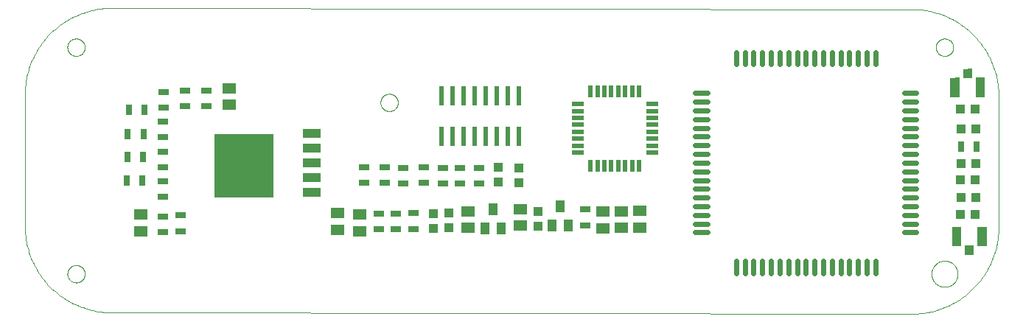
<source format=gbp>
G04 EAGLE Gerber RS-274X export*
G75*
%MOMM*%
%FSLAX34Y34*%
%LPD*%
%INSolder paste bottom*%
%IPPOS*%
%AMOC8*
5,1,8,0,0,1.08239X$1,22.5*%
G01*
%ADD10C,0.100000*%
%ADD11C,0.000000*%
%ADD12R,1.500000X1.300000*%
%ADD13R,2.159000X1.066800*%
%ADD14R,6.858000X7.239000*%
%ADD15C,0.600000*%
%ADD16R,1.200000X0.800000*%
%ADD17R,1.000000X1.400000*%
%ADD18R,1.000000X1.100000*%
%ADD19R,1.041400X2.260600*%
%ADD20R,1.041400X1.092200*%
%ADD21R,0.508000X1.358900*%
%ADD22R,1.358900X0.508000*%
%ADD23R,0.558800X2.184400*%
%ADD24R,0.800000X1.200000*%
%ADD25R,1.100000X1.000000*%
%ADD26R,1.050000X1.080000*%


D10*
X0Y100000D02*
X29Y97584D01*
X117Y95169D01*
X263Y92757D01*
X467Y90349D01*
X729Y87946D01*
X1049Y85551D01*
X1427Y83164D01*
X1863Y80787D01*
X2356Y78422D01*
X2906Y76068D01*
X3512Y73729D01*
X4175Y71405D01*
X4894Y69098D01*
X5669Y66809D01*
X6498Y64540D01*
X7383Y62291D01*
X8321Y60064D01*
X9313Y57860D01*
X10357Y55681D01*
X11454Y53528D01*
X12603Y51402D01*
X13803Y49304D01*
X15053Y47236D01*
X16353Y45199D01*
X17702Y43194D01*
X19098Y41221D01*
X20542Y39284D01*
X22033Y37381D01*
X23568Y35516D01*
X25149Y33688D01*
X26773Y31898D01*
X28440Y30149D01*
X30149Y28440D01*
X31898Y26773D01*
X33688Y25149D01*
X35516Y23568D01*
X37381Y22033D01*
X39284Y20542D01*
X41221Y19098D01*
X43194Y17702D01*
X45199Y16353D01*
X47236Y15053D01*
X49304Y13803D01*
X51402Y12603D01*
X53528Y11454D01*
X55681Y10357D01*
X57860Y9313D01*
X60064Y8321D01*
X62291Y7383D01*
X64540Y6498D01*
X66809Y5669D01*
X69098Y4894D01*
X71405Y4175D01*
X73729Y3512D01*
X76068Y2906D01*
X78422Y2356D01*
X80787Y1863D01*
X83164Y1427D01*
X85551Y1049D01*
X87946Y729D01*
X90349Y467D01*
X92757Y263D01*
X95169Y117D01*
X97584Y29D01*
X100000Y0D01*
X1118706Y98476D02*
X1118706Y248476D01*
X100000Y350000D02*
X97584Y349971D01*
X95169Y349883D01*
X92757Y349737D01*
X90349Y349533D01*
X87946Y349271D01*
X85551Y348951D01*
X83164Y348573D01*
X80787Y348137D01*
X78422Y347644D01*
X76068Y347094D01*
X73729Y346488D01*
X71405Y345825D01*
X69098Y345106D01*
X66809Y344331D01*
X64540Y343502D01*
X62291Y342617D01*
X60064Y341679D01*
X57860Y340687D01*
X55681Y339643D01*
X53528Y338546D01*
X51402Y337397D01*
X49304Y336197D01*
X47236Y334947D01*
X45199Y333647D01*
X43194Y332298D01*
X41221Y330902D01*
X39284Y329458D01*
X37381Y327967D01*
X35516Y326432D01*
X33688Y324851D01*
X31898Y323227D01*
X30149Y321560D01*
X28440Y319851D01*
X26773Y318102D01*
X25149Y316312D01*
X23568Y314484D01*
X22033Y312619D01*
X20542Y310716D01*
X19098Y308779D01*
X17702Y306806D01*
X16353Y304801D01*
X15053Y302764D01*
X13803Y300696D01*
X12603Y298598D01*
X11454Y296472D01*
X10357Y294319D01*
X9313Y292140D01*
X8321Y289936D01*
X7383Y287709D01*
X6498Y285460D01*
X5669Y283191D01*
X4894Y280902D01*
X4175Y278595D01*
X3512Y276271D01*
X2906Y273932D01*
X2356Y271578D01*
X1863Y269213D01*
X1427Y266836D01*
X1049Y264449D01*
X729Y262054D01*
X467Y259651D01*
X263Y257243D01*
X117Y254831D01*
X29Y252416D01*
X0Y250000D01*
X0Y100000D01*
X100000Y0D02*
X1018706Y-1524D01*
X1018706Y348476D02*
X100000Y350000D01*
X1018706Y348476D02*
X1021122Y348447D01*
X1023537Y348359D01*
X1025949Y348213D01*
X1028357Y348009D01*
X1030760Y347747D01*
X1033155Y347427D01*
X1035542Y347049D01*
X1037919Y346613D01*
X1040284Y346120D01*
X1042638Y345570D01*
X1044977Y344964D01*
X1047301Y344301D01*
X1049608Y343582D01*
X1051897Y342807D01*
X1054166Y341978D01*
X1056415Y341093D01*
X1058642Y340155D01*
X1060846Y339163D01*
X1063025Y338119D01*
X1065178Y337022D01*
X1067304Y335873D01*
X1069402Y334673D01*
X1071470Y333423D01*
X1073507Y332123D01*
X1075512Y330774D01*
X1077485Y329378D01*
X1079422Y327934D01*
X1081325Y326443D01*
X1083190Y324908D01*
X1085018Y323327D01*
X1086808Y321703D01*
X1088557Y320036D01*
X1090266Y318327D01*
X1091933Y316578D01*
X1093557Y314788D01*
X1095138Y312960D01*
X1096673Y311095D01*
X1098164Y309192D01*
X1099608Y307255D01*
X1101004Y305282D01*
X1102353Y303277D01*
X1103653Y301240D01*
X1104903Y299172D01*
X1106103Y297074D01*
X1107252Y294948D01*
X1108349Y292795D01*
X1109393Y290616D01*
X1110385Y288412D01*
X1111323Y286185D01*
X1112208Y283936D01*
X1113037Y281667D01*
X1113812Y279378D01*
X1114531Y277071D01*
X1115194Y274747D01*
X1115800Y272408D01*
X1116350Y270054D01*
X1116843Y267689D01*
X1117279Y265312D01*
X1117657Y262925D01*
X1117977Y260530D01*
X1118239Y258127D01*
X1118443Y255719D01*
X1118589Y253307D01*
X1118677Y250892D01*
X1118706Y248476D01*
X100000Y350000D02*
X97584Y349971D01*
X95169Y349883D01*
X92757Y349737D01*
X90349Y349533D01*
X87946Y349271D01*
X85551Y348951D01*
X83164Y348573D01*
X80787Y348137D01*
X78422Y347644D01*
X76068Y347094D01*
X73729Y346488D01*
X71405Y345825D01*
X69098Y345106D01*
X66809Y344331D01*
X64540Y343502D01*
X62291Y342617D01*
X60064Y341679D01*
X57860Y340687D01*
X55681Y339643D01*
X53528Y338546D01*
X51402Y337397D01*
X49304Y336197D01*
X47236Y334947D01*
X45199Y333647D01*
X43194Y332298D01*
X41221Y330902D01*
X39284Y329458D01*
X37381Y327967D01*
X35516Y326432D01*
X33688Y324851D01*
X31898Y323227D01*
X30149Y321560D01*
X28440Y319851D01*
X26773Y318102D01*
X25149Y316312D01*
X23568Y314484D01*
X22033Y312619D01*
X20542Y310716D01*
X19098Y308779D01*
X17702Y306806D01*
X16353Y304801D01*
X15053Y302764D01*
X13803Y300696D01*
X12603Y298598D01*
X11454Y296472D01*
X10357Y294319D01*
X9313Y292140D01*
X8321Y289936D01*
X7383Y287709D01*
X6498Y285460D01*
X5669Y283191D01*
X4894Y280902D01*
X4175Y278595D01*
X3512Y276271D01*
X2906Y273932D01*
X2356Y271578D01*
X1863Y269213D01*
X1427Y266836D01*
X1049Y264449D01*
X729Y262054D01*
X467Y259651D01*
X263Y257243D01*
X117Y254831D01*
X29Y252416D01*
X0Y250000D01*
X1018706Y-1524D02*
X1021122Y-1495D01*
X1023537Y-1407D01*
X1025949Y-1261D01*
X1028357Y-1057D01*
X1030760Y-795D01*
X1033155Y-475D01*
X1035542Y-97D01*
X1037919Y339D01*
X1040284Y832D01*
X1042638Y1382D01*
X1044977Y1988D01*
X1047301Y2651D01*
X1049608Y3370D01*
X1051897Y4145D01*
X1054166Y4974D01*
X1056415Y5859D01*
X1058642Y6797D01*
X1060846Y7789D01*
X1063025Y8833D01*
X1065178Y9930D01*
X1067304Y11079D01*
X1069402Y12279D01*
X1071470Y13529D01*
X1073507Y14829D01*
X1075512Y16178D01*
X1077485Y17574D01*
X1079422Y19018D01*
X1081325Y20509D01*
X1083190Y22044D01*
X1085018Y23625D01*
X1086808Y25249D01*
X1088557Y26916D01*
X1090266Y28625D01*
X1091933Y30374D01*
X1093557Y32164D01*
X1095138Y33992D01*
X1096673Y35857D01*
X1098164Y37760D01*
X1099608Y39697D01*
X1101004Y41670D01*
X1102353Y43675D01*
X1103653Y45712D01*
X1104903Y47780D01*
X1106103Y49878D01*
X1107252Y52004D01*
X1108349Y54157D01*
X1109393Y56336D01*
X1110385Y58540D01*
X1111323Y60767D01*
X1112208Y63016D01*
X1113037Y65285D01*
X1113812Y67574D01*
X1114531Y69881D01*
X1115194Y72205D01*
X1115800Y74544D01*
X1116350Y76898D01*
X1116843Y79263D01*
X1117279Y81640D01*
X1117657Y84027D01*
X1117977Y86422D01*
X1118239Y88825D01*
X1118443Y91233D01*
X1118589Y93645D01*
X1118677Y96060D01*
X1118706Y98476D01*
D11*
X1041640Y44450D02*
X1041645Y44818D01*
X1041658Y45186D01*
X1041681Y45553D01*
X1041712Y45920D01*
X1041753Y46286D01*
X1041802Y46651D01*
X1041861Y47014D01*
X1041928Y47376D01*
X1042004Y47737D01*
X1042090Y48095D01*
X1042183Y48451D01*
X1042286Y48804D01*
X1042397Y49155D01*
X1042517Y49503D01*
X1042645Y49848D01*
X1042782Y50190D01*
X1042927Y50529D01*
X1043080Y50863D01*
X1043242Y51194D01*
X1043411Y51521D01*
X1043589Y51843D01*
X1043774Y52162D01*
X1043967Y52475D01*
X1044168Y52784D01*
X1044376Y53087D01*
X1044592Y53385D01*
X1044815Y53678D01*
X1045045Y53966D01*
X1045282Y54248D01*
X1045526Y54523D01*
X1045776Y54793D01*
X1046033Y55057D01*
X1046297Y55314D01*
X1046567Y55564D01*
X1046842Y55808D01*
X1047124Y56045D01*
X1047412Y56275D01*
X1047705Y56498D01*
X1048003Y56714D01*
X1048306Y56922D01*
X1048615Y57123D01*
X1048928Y57316D01*
X1049247Y57501D01*
X1049569Y57679D01*
X1049896Y57848D01*
X1050227Y58010D01*
X1050561Y58163D01*
X1050900Y58308D01*
X1051242Y58445D01*
X1051587Y58573D01*
X1051935Y58693D01*
X1052286Y58804D01*
X1052639Y58907D01*
X1052995Y59000D01*
X1053353Y59086D01*
X1053714Y59162D01*
X1054076Y59229D01*
X1054439Y59288D01*
X1054804Y59337D01*
X1055170Y59378D01*
X1055537Y59409D01*
X1055904Y59432D01*
X1056272Y59445D01*
X1056640Y59450D01*
X1057008Y59445D01*
X1057376Y59432D01*
X1057743Y59409D01*
X1058110Y59378D01*
X1058476Y59337D01*
X1058841Y59288D01*
X1059204Y59229D01*
X1059566Y59162D01*
X1059927Y59086D01*
X1060285Y59000D01*
X1060641Y58907D01*
X1060994Y58804D01*
X1061345Y58693D01*
X1061693Y58573D01*
X1062038Y58445D01*
X1062380Y58308D01*
X1062719Y58163D01*
X1063053Y58010D01*
X1063384Y57848D01*
X1063711Y57679D01*
X1064033Y57501D01*
X1064352Y57316D01*
X1064665Y57123D01*
X1064974Y56922D01*
X1065277Y56714D01*
X1065575Y56498D01*
X1065868Y56275D01*
X1066156Y56045D01*
X1066438Y55808D01*
X1066713Y55564D01*
X1066983Y55314D01*
X1067247Y55057D01*
X1067504Y54793D01*
X1067754Y54523D01*
X1067998Y54248D01*
X1068235Y53966D01*
X1068465Y53678D01*
X1068688Y53385D01*
X1068904Y53087D01*
X1069112Y52784D01*
X1069313Y52475D01*
X1069506Y52162D01*
X1069691Y51843D01*
X1069869Y51521D01*
X1070038Y51194D01*
X1070200Y50863D01*
X1070353Y50529D01*
X1070498Y50190D01*
X1070635Y49848D01*
X1070763Y49503D01*
X1070883Y49155D01*
X1070994Y48804D01*
X1071097Y48451D01*
X1071190Y48095D01*
X1071276Y47737D01*
X1071352Y47376D01*
X1071419Y47014D01*
X1071478Y46651D01*
X1071527Y46286D01*
X1071568Y45920D01*
X1071599Y45553D01*
X1071622Y45186D01*
X1071635Y44818D01*
X1071640Y44450D01*
X1071635Y44082D01*
X1071622Y43714D01*
X1071599Y43347D01*
X1071568Y42980D01*
X1071527Y42614D01*
X1071478Y42249D01*
X1071419Y41886D01*
X1071352Y41524D01*
X1071276Y41163D01*
X1071190Y40805D01*
X1071097Y40449D01*
X1070994Y40096D01*
X1070883Y39745D01*
X1070763Y39397D01*
X1070635Y39052D01*
X1070498Y38710D01*
X1070353Y38371D01*
X1070200Y38037D01*
X1070038Y37706D01*
X1069869Y37379D01*
X1069691Y37057D01*
X1069506Y36738D01*
X1069313Y36425D01*
X1069112Y36116D01*
X1068904Y35813D01*
X1068688Y35515D01*
X1068465Y35222D01*
X1068235Y34934D01*
X1067998Y34652D01*
X1067754Y34377D01*
X1067504Y34107D01*
X1067247Y33843D01*
X1066983Y33586D01*
X1066713Y33336D01*
X1066438Y33092D01*
X1066156Y32855D01*
X1065868Y32625D01*
X1065575Y32402D01*
X1065277Y32186D01*
X1064974Y31978D01*
X1064665Y31777D01*
X1064352Y31584D01*
X1064033Y31399D01*
X1063711Y31221D01*
X1063384Y31052D01*
X1063053Y30890D01*
X1062719Y30737D01*
X1062380Y30592D01*
X1062038Y30455D01*
X1061693Y30327D01*
X1061345Y30207D01*
X1060994Y30096D01*
X1060641Y29993D01*
X1060285Y29900D01*
X1059927Y29814D01*
X1059566Y29738D01*
X1059204Y29671D01*
X1058841Y29612D01*
X1058476Y29563D01*
X1058110Y29522D01*
X1057743Y29491D01*
X1057376Y29468D01*
X1057008Y29455D01*
X1056640Y29450D01*
X1056272Y29455D01*
X1055904Y29468D01*
X1055537Y29491D01*
X1055170Y29522D01*
X1054804Y29563D01*
X1054439Y29612D01*
X1054076Y29671D01*
X1053714Y29738D01*
X1053353Y29814D01*
X1052995Y29900D01*
X1052639Y29993D01*
X1052286Y30096D01*
X1051935Y30207D01*
X1051587Y30327D01*
X1051242Y30455D01*
X1050900Y30592D01*
X1050561Y30737D01*
X1050227Y30890D01*
X1049896Y31052D01*
X1049569Y31221D01*
X1049247Y31399D01*
X1048928Y31584D01*
X1048615Y31777D01*
X1048306Y31978D01*
X1048003Y32186D01*
X1047705Y32402D01*
X1047412Y32625D01*
X1047124Y32855D01*
X1046842Y33092D01*
X1046567Y33336D01*
X1046297Y33586D01*
X1046033Y33843D01*
X1045776Y34107D01*
X1045526Y34377D01*
X1045282Y34652D01*
X1045045Y34934D01*
X1044815Y35222D01*
X1044592Y35515D01*
X1044376Y35813D01*
X1044168Y36116D01*
X1043967Y36425D01*
X1043774Y36738D01*
X1043589Y37057D01*
X1043411Y37379D01*
X1043242Y37706D01*
X1043080Y38037D01*
X1042927Y38371D01*
X1042782Y38710D01*
X1042645Y39052D01*
X1042517Y39397D01*
X1042397Y39745D01*
X1042286Y40096D01*
X1042183Y40449D01*
X1042090Y40805D01*
X1042004Y41163D01*
X1041928Y41524D01*
X1041861Y41886D01*
X1041802Y42249D01*
X1041753Y42614D01*
X1041712Y42980D01*
X1041681Y43347D01*
X1041658Y43714D01*
X1041645Y44082D01*
X1041640Y44450D01*
X1046640Y304800D02*
X1046643Y305045D01*
X1046652Y305291D01*
X1046667Y305536D01*
X1046688Y305780D01*
X1046715Y306024D01*
X1046748Y306267D01*
X1046787Y306510D01*
X1046832Y306751D01*
X1046883Y306991D01*
X1046940Y307230D01*
X1047002Y307467D01*
X1047071Y307703D01*
X1047145Y307937D01*
X1047225Y308169D01*
X1047310Y308399D01*
X1047401Y308627D01*
X1047498Y308852D01*
X1047600Y309076D01*
X1047708Y309296D01*
X1047821Y309514D01*
X1047939Y309729D01*
X1048063Y309941D01*
X1048191Y310150D01*
X1048325Y310356D01*
X1048464Y310558D01*
X1048608Y310757D01*
X1048757Y310952D01*
X1048910Y311144D01*
X1049068Y311332D01*
X1049230Y311516D01*
X1049398Y311695D01*
X1049569Y311871D01*
X1049745Y312042D01*
X1049924Y312210D01*
X1050108Y312372D01*
X1050296Y312530D01*
X1050488Y312683D01*
X1050683Y312832D01*
X1050882Y312976D01*
X1051084Y313115D01*
X1051290Y313249D01*
X1051499Y313377D01*
X1051711Y313501D01*
X1051926Y313619D01*
X1052144Y313732D01*
X1052364Y313840D01*
X1052588Y313942D01*
X1052813Y314039D01*
X1053041Y314130D01*
X1053271Y314215D01*
X1053503Y314295D01*
X1053737Y314369D01*
X1053973Y314438D01*
X1054210Y314500D01*
X1054449Y314557D01*
X1054689Y314608D01*
X1054930Y314653D01*
X1055173Y314692D01*
X1055416Y314725D01*
X1055660Y314752D01*
X1055904Y314773D01*
X1056149Y314788D01*
X1056395Y314797D01*
X1056640Y314800D01*
X1056885Y314797D01*
X1057131Y314788D01*
X1057376Y314773D01*
X1057620Y314752D01*
X1057864Y314725D01*
X1058107Y314692D01*
X1058350Y314653D01*
X1058591Y314608D01*
X1058831Y314557D01*
X1059070Y314500D01*
X1059307Y314438D01*
X1059543Y314369D01*
X1059777Y314295D01*
X1060009Y314215D01*
X1060239Y314130D01*
X1060467Y314039D01*
X1060692Y313942D01*
X1060916Y313840D01*
X1061136Y313732D01*
X1061354Y313619D01*
X1061569Y313501D01*
X1061781Y313377D01*
X1061990Y313249D01*
X1062196Y313115D01*
X1062398Y312976D01*
X1062597Y312832D01*
X1062792Y312683D01*
X1062984Y312530D01*
X1063172Y312372D01*
X1063356Y312210D01*
X1063535Y312042D01*
X1063711Y311871D01*
X1063882Y311695D01*
X1064050Y311516D01*
X1064212Y311332D01*
X1064370Y311144D01*
X1064523Y310952D01*
X1064672Y310757D01*
X1064816Y310558D01*
X1064955Y310356D01*
X1065089Y310150D01*
X1065217Y309941D01*
X1065341Y309729D01*
X1065459Y309514D01*
X1065572Y309296D01*
X1065680Y309076D01*
X1065782Y308852D01*
X1065879Y308627D01*
X1065970Y308399D01*
X1066055Y308169D01*
X1066135Y307937D01*
X1066209Y307703D01*
X1066278Y307467D01*
X1066340Y307230D01*
X1066397Y306991D01*
X1066448Y306751D01*
X1066493Y306510D01*
X1066532Y306267D01*
X1066565Y306024D01*
X1066592Y305780D01*
X1066613Y305536D01*
X1066628Y305291D01*
X1066637Y305045D01*
X1066640Y304800D01*
X1066637Y304555D01*
X1066628Y304309D01*
X1066613Y304064D01*
X1066592Y303820D01*
X1066565Y303576D01*
X1066532Y303333D01*
X1066493Y303090D01*
X1066448Y302849D01*
X1066397Y302609D01*
X1066340Y302370D01*
X1066278Y302133D01*
X1066209Y301897D01*
X1066135Y301663D01*
X1066055Y301431D01*
X1065970Y301201D01*
X1065879Y300973D01*
X1065782Y300748D01*
X1065680Y300524D01*
X1065572Y300304D01*
X1065459Y300086D01*
X1065341Y299871D01*
X1065217Y299659D01*
X1065089Y299450D01*
X1064955Y299244D01*
X1064816Y299042D01*
X1064672Y298843D01*
X1064523Y298648D01*
X1064370Y298456D01*
X1064212Y298268D01*
X1064050Y298084D01*
X1063882Y297905D01*
X1063711Y297729D01*
X1063535Y297558D01*
X1063356Y297390D01*
X1063172Y297228D01*
X1062984Y297070D01*
X1062792Y296917D01*
X1062597Y296768D01*
X1062398Y296624D01*
X1062196Y296485D01*
X1061990Y296351D01*
X1061781Y296223D01*
X1061569Y296099D01*
X1061354Y295981D01*
X1061136Y295868D01*
X1060916Y295760D01*
X1060692Y295658D01*
X1060467Y295561D01*
X1060239Y295470D01*
X1060009Y295385D01*
X1059777Y295305D01*
X1059543Y295231D01*
X1059307Y295162D01*
X1059070Y295100D01*
X1058831Y295043D01*
X1058591Y294992D01*
X1058350Y294947D01*
X1058107Y294908D01*
X1057864Y294875D01*
X1057620Y294848D01*
X1057376Y294827D01*
X1057131Y294812D01*
X1056885Y294803D01*
X1056640Y294800D01*
X1056395Y294803D01*
X1056149Y294812D01*
X1055904Y294827D01*
X1055660Y294848D01*
X1055416Y294875D01*
X1055173Y294908D01*
X1054930Y294947D01*
X1054689Y294992D01*
X1054449Y295043D01*
X1054210Y295100D01*
X1053973Y295162D01*
X1053737Y295231D01*
X1053503Y295305D01*
X1053271Y295385D01*
X1053041Y295470D01*
X1052813Y295561D01*
X1052588Y295658D01*
X1052364Y295760D01*
X1052144Y295868D01*
X1051926Y295981D01*
X1051711Y296099D01*
X1051499Y296223D01*
X1051290Y296351D01*
X1051084Y296485D01*
X1050882Y296624D01*
X1050683Y296768D01*
X1050488Y296917D01*
X1050296Y297070D01*
X1050108Y297228D01*
X1049924Y297390D01*
X1049745Y297558D01*
X1049569Y297729D01*
X1049398Y297905D01*
X1049230Y298084D01*
X1049068Y298268D01*
X1048910Y298456D01*
X1048757Y298648D01*
X1048608Y298843D01*
X1048464Y299042D01*
X1048325Y299244D01*
X1048191Y299450D01*
X1048063Y299659D01*
X1047939Y299871D01*
X1047821Y300086D01*
X1047708Y300304D01*
X1047600Y300524D01*
X1047498Y300748D01*
X1047401Y300973D01*
X1047310Y301201D01*
X1047225Y301431D01*
X1047145Y301663D01*
X1047071Y301897D01*
X1047002Y302133D01*
X1046940Y302370D01*
X1046883Y302609D01*
X1046832Y302849D01*
X1046787Y303090D01*
X1046748Y303333D01*
X1046715Y303576D01*
X1046688Y303820D01*
X1046667Y304064D01*
X1046652Y304309D01*
X1046643Y304555D01*
X1046640Y304800D01*
X48928Y304800D02*
X48931Y305045D01*
X48940Y305291D01*
X48955Y305536D01*
X48976Y305780D01*
X49003Y306024D01*
X49036Y306267D01*
X49075Y306510D01*
X49120Y306751D01*
X49171Y306991D01*
X49228Y307230D01*
X49290Y307467D01*
X49359Y307703D01*
X49433Y307937D01*
X49513Y308169D01*
X49598Y308399D01*
X49689Y308627D01*
X49786Y308852D01*
X49888Y309076D01*
X49996Y309296D01*
X50109Y309514D01*
X50227Y309729D01*
X50351Y309941D01*
X50479Y310150D01*
X50613Y310356D01*
X50752Y310558D01*
X50896Y310757D01*
X51045Y310952D01*
X51198Y311144D01*
X51356Y311332D01*
X51518Y311516D01*
X51686Y311695D01*
X51857Y311871D01*
X52033Y312042D01*
X52212Y312210D01*
X52396Y312372D01*
X52584Y312530D01*
X52776Y312683D01*
X52971Y312832D01*
X53170Y312976D01*
X53372Y313115D01*
X53578Y313249D01*
X53787Y313377D01*
X53999Y313501D01*
X54214Y313619D01*
X54432Y313732D01*
X54652Y313840D01*
X54876Y313942D01*
X55101Y314039D01*
X55329Y314130D01*
X55559Y314215D01*
X55791Y314295D01*
X56025Y314369D01*
X56261Y314438D01*
X56498Y314500D01*
X56737Y314557D01*
X56977Y314608D01*
X57218Y314653D01*
X57461Y314692D01*
X57704Y314725D01*
X57948Y314752D01*
X58192Y314773D01*
X58437Y314788D01*
X58683Y314797D01*
X58928Y314800D01*
X59173Y314797D01*
X59419Y314788D01*
X59664Y314773D01*
X59908Y314752D01*
X60152Y314725D01*
X60395Y314692D01*
X60638Y314653D01*
X60879Y314608D01*
X61119Y314557D01*
X61358Y314500D01*
X61595Y314438D01*
X61831Y314369D01*
X62065Y314295D01*
X62297Y314215D01*
X62527Y314130D01*
X62755Y314039D01*
X62980Y313942D01*
X63204Y313840D01*
X63424Y313732D01*
X63642Y313619D01*
X63857Y313501D01*
X64069Y313377D01*
X64278Y313249D01*
X64484Y313115D01*
X64686Y312976D01*
X64885Y312832D01*
X65080Y312683D01*
X65272Y312530D01*
X65460Y312372D01*
X65644Y312210D01*
X65823Y312042D01*
X65999Y311871D01*
X66170Y311695D01*
X66338Y311516D01*
X66500Y311332D01*
X66658Y311144D01*
X66811Y310952D01*
X66960Y310757D01*
X67104Y310558D01*
X67243Y310356D01*
X67377Y310150D01*
X67505Y309941D01*
X67629Y309729D01*
X67747Y309514D01*
X67860Y309296D01*
X67968Y309076D01*
X68070Y308852D01*
X68167Y308627D01*
X68258Y308399D01*
X68343Y308169D01*
X68423Y307937D01*
X68497Y307703D01*
X68566Y307467D01*
X68628Y307230D01*
X68685Y306991D01*
X68736Y306751D01*
X68781Y306510D01*
X68820Y306267D01*
X68853Y306024D01*
X68880Y305780D01*
X68901Y305536D01*
X68916Y305291D01*
X68925Y305045D01*
X68928Y304800D01*
X68925Y304555D01*
X68916Y304309D01*
X68901Y304064D01*
X68880Y303820D01*
X68853Y303576D01*
X68820Y303333D01*
X68781Y303090D01*
X68736Y302849D01*
X68685Y302609D01*
X68628Y302370D01*
X68566Y302133D01*
X68497Y301897D01*
X68423Y301663D01*
X68343Y301431D01*
X68258Y301201D01*
X68167Y300973D01*
X68070Y300748D01*
X67968Y300524D01*
X67860Y300304D01*
X67747Y300086D01*
X67629Y299871D01*
X67505Y299659D01*
X67377Y299450D01*
X67243Y299244D01*
X67104Y299042D01*
X66960Y298843D01*
X66811Y298648D01*
X66658Y298456D01*
X66500Y298268D01*
X66338Y298084D01*
X66170Y297905D01*
X65999Y297729D01*
X65823Y297558D01*
X65644Y297390D01*
X65460Y297228D01*
X65272Y297070D01*
X65080Y296917D01*
X64885Y296768D01*
X64686Y296624D01*
X64484Y296485D01*
X64278Y296351D01*
X64069Y296223D01*
X63857Y296099D01*
X63642Y295981D01*
X63424Y295868D01*
X63204Y295760D01*
X62980Y295658D01*
X62755Y295561D01*
X62527Y295470D01*
X62297Y295385D01*
X62065Y295305D01*
X61831Y295231D01*
X61595Y295162D01*
X61358Y295100D01*
X61119Y295043D01*
X60879Y294992D01*
X60638Y294947D01*
X60395Y294908D01*
X60152Y294875D01*
X59908Y294848D01*
X59664Y294827D01*
X59419Y294812D01*
X59173Y294803D01*
X58928Y294800D01*
X58683Y294803D01*
X58437Y294812D01*
X58192Y294827D01*
X57948Y294848D01*
X57704Y294875D01*
X57461Y294908D01*
X57218Y294947D01*
X56977Y294992D01*
X56737Y295043D01*
X56498Y295100D01*
X56261Y295162D01*
X56025Y295231D01*
X55791Y295305D01*
X55559Y295385D01*
X55329Y295470D01*
X55101Y295561D01*
X54876Y295658D01*
X54652Y295760D01*
X54432Y295868D01*
X54214Y295981D01*
X53999Y296099D01*
X53787Y296223D01*
X53578Y296351D01*
X53372Y296485D01*
X53170Y296624D01*
X52971Y296768D01*
X52776Y296917D01*
X52584Y297070D01*
X52396Y297228D01*
X52212Y297390D01*
X52033Y297558D01*
X51857Y297729D01*
X51686Y297905D01*
X51518Y298084D01*
X51356Y298268D01*
X51198Y298456D01*
X51045Y298648D01*
X50896Y298843D01*
X50752Y299042D01*
X50613Y299244D01*
X50479Y299450D01*
X50351Y299659D01*
X50227Y299871D01*
X50109Y300086D01*
X49996Y300304D01*
X49888Y300524D01*
X49786Y300748D01*
X49689Y300973D01*
X49598Y301201D01*
X49513Y301431D01*
X49433Y301663D01*
X49359Y301897D01*
X49290Y302133D01*
X49228Y302370D01*
X49171Y302609D01*
X49120Y302849D01*
X49075Y303090D01*
X49036Y303333D01*
X49003Y303576D01*
X48976Y303820D01*
X48955Y304064D01*
X48940Y304309D01*
X48931Y304555D01*
X48928Y304800D01*
X48928Y44450D02*
X48931Y44695D01*
X48940Y44941D01*
X48955Y45186D01*
X48976Y45430D01*
X49003Y45674D01*
X49036Y45917D01*
X49075Y46160D01*
X49120Y46401D01*
X49171Y46641D01*
X49228Y46880D01*
X49290Y47117D01*
X49359Y47353D01*
X49433Y47587D01*
X49513Y47819D01*
X49598Y48049D01*
X49689Y48277D01*
X49786Y48502D01*
X49888Y48726D01*
X49996Y48946D01*
X50109Y49164D01*
X50227Y49379D01*
X50351Y49591D01*
X50479Y49800D01*
X50613Y50006D01*
X50752Y50208D01*
X50896Y50407D01*
X51045Y50602D01*
X51198Y50794D01*
X51356Y50982D01*
X51518Y51166D01*
X51686Y51345D01*
X51857Y51521D01*
X52033Y51692D01*
X52212Y51860D01*
X52396Y52022D01*
X52584Y52180D01*
X52776Y52333D01*
X52971Y52482D01*
X53170Y52626D01*
X53372Y52765D01*
X53578Y52899D01*
X53787Y53027D01*
X53999Y53151D01*
X54214Y53269D01*
X54432Y53382D01*
X54652Y53490D01*
X54876Y53592D01*
X55101Y53689D01*
X55329Y53780D01*
X55559Y53865D01*
X55791Y53945D01*
X56025Y54019D01*
X56261Y54088D01*
X56498Y54150D01*
X56737Y54207D01*
X56977Y54258D01*
X57218Y54303D01*
X57461Y54342D01*
X57704Y54375D01*
X57948Y54402D01*
X58192Y54423D01*
X58437Y54438D01*
X58683Y54447D01*
X58928Y54450D01*
X59173Y54447D01*
X59419Y54438D01*
X59664Y54423D01*
X59908Y54402D01*
X60152Y54375D01*
X60395Y54342D01*
X60638Y54303D01*
X60879Y54258D01*
X61119Y54207D01*
X61358Y54150D01*
X61595Y54088D01*
X61831Y54019D01*
X62065Y53945D01*
X62297Y53865D01*
X62527Y53780D01*
X62755Y53689D01*
X62980Y53592D01*
X63204Y53490D01*
X63424Y53382D01*
X63642Y53269D01*
X63857Y53151D01*
X64069Y53027D01*
X64278Y52899D01*
X64484Y52765D01*
X64686Y52626D01*
X64885Y52482D01*
X65080Y52333D01*
X65272Y52180D01*
X65460Y52022D01*
X65644Y51860D01*
X65823Y51692D01*
X65999Y51521D01*
X66170Y51345D01*
X66338Y51166D01*
X66500Y50982D01*
X66658Y50794D01*
X66811Y50602D01*
X66960Y50407D01*
X67104Y50208D01*
X67243Y50006D01*
X67377Y49800D01*
X67505Y49591D01*
X67629Y49379D01*
X67747Y49164D01*
X67860Y48946D01*
X67968Y48726D01*
X68070Y48502D01*
X68167Y48277D01*
X68258Y48049D01*
X68343Y47819D01*
X68423Y47587D01*
X68497Y47353D01*
X68566Y47117D01*
X68628Y46880D01*
X68685Y46641D01*
X68736Y46401D01*
X68781Y46160D01*
X68820Y45917D01*
X68853Y45674D01*
X68880Y45430D01*
X68901Y45186D01*
X68916Y44941D01*
X68925Y44695D01*
X68928Y44450D01*
X68925Y44205D01*
X68916Y43959D01*
X68901Y43714D01*
X68880Y43470D01*
X68853Y43226D01*
X68820Y42983D01*
X68781Y42740D01*
X68736Y42499D01*
X68685Y42259D01*
X68628Y42020D01*
X68566Y41783D01*
X68497Y41547D01*
X68423Y41313D01*
X68343Y41081D01*
X68258Y40851D01*
X68167Y40623D01*
X68070Y40398D01*
X67968Y40174D01*
X67860Y39954D01*
X67747Y39736D01*
X67629Y39521D01*
X67505Y39309D01*
X67377Y39100D01*
X67243Y38894D01*
X67104Y38692D01*
X66960Y38493D01*
X66811Y38298D01*
X66658Y38106D01*
X66500Y37918D01*
X66338Y37734D01*
X66170Y37555D01*
X65999Y37379D01*
X65823Y37208D01*
X65644Y37040D01*
X65460Y36878D01*
X65272Y36720D01*
X65080Y36567D01*
X64885Y36418D01*
X64686Y36274D01*
X64484Y36135D01*
X64278Y36001D01*
X64069Y35873D01*
X63857Y35749D01*
X63642Y35631D01*
X63424Y35518D01*
X63204Y35410D01*
X62980Y35308D01*
X62755Y35211D01*
X62527Y35120D01*
X62297Y35035D01*
X62065Y34955D01*
X61831Y34881D01*
X61595Y34812D01*
X61358Y34750D01*
X61119Y34693D01*
X60879Y34642D01*
X60638Y34597D01*
X60395Y34558D01*
X60152Y34525D01*
X59908Y34498D01*
X59664Y34477D01*
X59419Y34462D01*
X59173Y34453D01*
X58928Y34450D01*
X58683Y34453D01*
X58437Y34462D01*
X58192Y34477D01*
X57948Y34498D01*
X57704Y34525D01*
X57461Y34558D01*
X57218Y34597D01*
X56977Y34642D01*
X56737Y34693D01*
X56498Y34750D01*
X56261Y34812D01*
X56025Y34881D01*
X55791Y34955D01*
X55559Y35035D01*
X55329Y35120D01*
X55101Y35211D01*
X54876Y35308D01*
X54652Y35410D01*
X54432Y35518D01*
X54214Y35631D01*
X53999Y35749D01*
X53787Y35873D01*
X53578Y36001D01*
X53372Y36135D01*
X53170Y36274D01*
X52971Y36418D01*
X52776Y36567D01*
X52584Y36720D01*
X52396Y36878D01*
X52212Y37040D01*
X52033Y37208D01*
X51857Y37379D01*
X51686Y37555D01*
X51518Y37734D01*
X51356Y37918D01*
X51198Y38106D01*
X51045Y38298D01*
X50896Y38493D01*
X50752Y38692D01*
X50613Y38894D01*
X50479Y39100D01*
X50351Y39309D01*
X50227Y39521D01*
X50109Y39736D01*
X49996Y39954D01*
X49888Y40174D01*
X49786Y40398D01*
X49689Y40623D01*
X49598Y40851D01*
X49513Y41081D01*
X49433Y41313D01*
X49359Y41547D01*
X49290Y41783D01*
X49228Y42020D01*
X49171Y42259D01*
X49120Y42499D01*
X49075Y42740D01*
X49036Y42983D01*
X49003Y43226D01*
X48976Y43470D01*
X48955Y43714D01*
X48940Y43959D01*
X48931Y44205D01*
X48928Y44450D01*
X408592Y241300D02*
X408595Y241545D01*
X408604Y241791D01*
X408619Y242036D01*
X408640Y242280D01*
X408667Y242524D01*
X408700Y242767D01*
X408739Y243010D01*
X408784Y243251D01*
X408835Y243491D01*
X408892Y243730D01*
X408954Y243967D01*
X409023Y244203D01*
X409097Y244437D01*
X409177Y244669D01*
X409262Y244899D01*
X409353Y245127D01*
X409450Y245352D01*
X409552Y245576D01*
X409660Y245796D01*
X409773Y246014D01*
X409891Y246229D01*
X410015Y246441D01*
X410143Y246650D01*
X410277Y246856D01*
X410416Y247058D01*
X410560Y247257D01*
X410709Y247452D01*
X410862Y247644D01*
X411020Y247832D01*
X411182Y248016D01*
X411350Y248195D01*
X411521Y248371D01*
X411697Y248542D01*
X411876Y248710D01*
X412060Y248872D01*
X412248Y249030D01*
X412440Y249183D01*
X412635Y249332D01*
X412834Y249476D01*
X413036Y249615D01*
X413242Y249749D01*
X413451Y249877D01*
X413663Y250001D01*
X413878Y250119D01*
X414096Y250232D01*
X414316Y250340D01*
X414540Y250442D01*
X414765Y250539D01*
X414993Y250630D01*
X415223Y250715D01*
X415455Y250795D01*
X415689Y250869D01*
X415925Y250938D01*
X416162Y251000D01*
X416401Y251057D01*
X416641Y251108D01*
X416882Y251153D01*
X417125Y251192D01*
X417368Y251225D01*
X417612Y251252D01*
X417856Y251273D01*
X418101Y251288D01*
X418347Y251297D01*
X418592Y251300D01*
X418837Y251297D01*
X419083Y251288D01*
X419328Y251273D01*
X419572Y251252D01*
X419816Y251225D01*
X420059Y251192D01*
X420302Y251153D01*
X420543Y251108D01*
X420783Y251057D01*
X421022Y251000D01*
X421259Y250938D01*
X421495Y250869D01*
X421729Y250795D01*
X421961Y250715D01*
X422191Y250630D01*
X422419Y250539D01*
X422644Y250442D01*
X422868Y250340D01*
X423088Y250232D01*
X423306Y250119D01*
X423521Y250001D01*
X423733Y249877D01*
X423942Y249749D01*
X424148Y249615D01*
X424350Y249476D01*
X424549Y249332D01*
X424744Y249183D01*
X424936Y249030D01*
X425124Y248872D01*
X425308Y248710D01*
X425487Y248542D01*
X425663Y248371D01*
X425834Y248195D01*
X426002Y248016D01*
X426164Y247832D01*
X426322Y247644D01*
X426475Y247452D01*
X426624Y247257D01*
X426768Y247058D01*
X426907Y246856D01*
X427041Y246650D01*
X427169Y246441D01*
X427293Y246229D01*
X427411Y246014D01*
X427524Y245796D01*
X427632Y245576D01*
X427734Y245352D01*
X427831Y245127D01*
X427922Y244899D01*
X428007Y244669D01*
X428087Y244437D01*
X428161Y244203D01*
X428230Y243967D01*
X428292Y243730D01*
X428349Y243491D01*
X428400Y243251D01*
X428445Y243010D01*
X428484Y242767D01*
X428517Y242524D01*
X428544Y242280D01*
X428565Y242036D01*
X428580Y241791D01*
X428589Y241545D01*
X428592Y241300D01*
X428589Y241055D01*
X428580Y240809D01*
X428565Y240564D01*
X428544Y240320D01*
X428517Y240076D01*
X428484Y239833D01*
X428445Y239590D01*
X428400Y239349D01*
X428349Y239109D01*
X428292Y238870D01*
X428230Y238633D01*
X428161Y238397D01*
X428087Y238163D01*
X428007Y237931D01*
X427922Y237701D01*
X427831Y237473D01*
X427734Y237248D01*
X427632Y237024D01*
X427524Y236804D01*
X427411Y236586D01*
X427293Y236371D01*
X427169Y236159D01*
X427041Y235950D01*
X426907Y235744D01*
X426768Y235542D01*
X426624Y235343D01*
X426475Y235148D01*
X426322Y234956D01*
X426164Y234768D01*
X426002Y234584D01*
X425834Y234405D01*
X425663Y234229D01*
X425487Y234058D01*
X425308Y233890D01*
X425124Y233728D01*
X424936Y233570D01*
X424744Y233417D01*
X424549Y233268D01*
X424350Y233124D01*
X424148Y232985D01*
X423942Y232851D01*
X423733Y232723D01*
X423521Y232599D01*
X423306Y232481D01*
X423088Y232368D01*
X422868Y232260D01*
X422644Y232158D01*
X422419Y232061D01*
X422191Y231970D01*
X421961Y231885D01*
X421729Y231805D01*
X421495Y231731D01*
X421259Y231662D01*
X421022Y231600D01*
X420783Y231543D01*
X420543Y231492D01*
X420302Y231447D01*
X420059Y231408D01*
X419816Y231375D01*
X419572Y231348D01*
X419328Y231327D01*
X419083Y231312D01*
X418837Y231303D01*
X418592Y231300D01*
X418347Y231303D01*
X418101Y231312D01*
X417856Y231327D01*
X417612Y231348D01*
X417368Y231375D01*
X417125Y231408D01*
X416882Y231447D01*
X416641Y231492D01*
X416401Y231543D01*
X416162Y231600D01*
X415925Y231662D01*
X415689Y231731D01*
X415455Y231805D01*
X415223Y231885D01*
X414993Y231970D01*
X414765Y232061D01*
X414540Y232158D01*
X414316Y232260D01*
X414096Y232368D01*
X413878Y232481D01*
X413663Y232599D01*
X413451Y232723D01*
X413242Y232851D01*
X413036Y232985D01*
X412834Y233124D01*
X412635Y233268D01*
X412440Y233417D01*
X412248Y233570D01*
X412060Y233728D01*
X411876Y233890D01*
X411697Y234058D01*
X411521Y234229D01*
X411350Y234405D01*
X411182Y234584D01*
X411020Y234768D01*
X410862Y234956D01*
X410709Y235148D01*
X410560Y235343D01*
X410416Y235542D01*
X410277Y235744D01*
X410143Y235950D01*
X410015Y236159D01*
X409891Y236371D01*
X409773Y236586D01*
X409660Y236804D01*
X409552Y237024D01*
X409450Y237248D01*
X409353Y237473D01*
X409262Y237701D01*
X409177Y237931D01*
X409097Y238163D01*
X409023Y238397D01*
X408954Y238633D01*
X408892Y238870D01*
X408835Y239109D01*
X408784Y239349D01*
X408739Y239590D01*
X408700Y239833D01*
X408667Y240076D01*
X408640Y240320D01*
X408619Y240564D01*
X408604Y240809D01*
X408595Y241055D01*
X408592Y241300D01*
D12*
X384356Y112574D03*
X384356Y93574D03*
X359172Y114040D03*
X359172Y95040D03*
D13*
X329712Y205936D03*
X329712Y188918D03*
X329712Y171900D03*
X329712Y154882D03*
X329712Y137864D03*
D14*
X251480Y168725D03*
D15*
X977200Y59100D02*
X977200Y45100D01*
X967200Y45100D02*
X967200Y59100D01*
X957200Y59100D02*
X957200Y45100D01*
X947200Y45100D02*
X947200Y59100D01*
X937200Y59100D02*
X937200Y45100D01*
X927200Y45100D02*
X927200Y59100D01*
X917200Y59100D02*
X917200Y45100D01*
X907200Y45100D02*
X907200Y59100D01*
X897200Y59100D02*
X897200Y45100D01*
X887200Y45100D02*
X887200Y59100D01*
X877200Y59100D02*
X877200Y45100D01*
X867200Y45100D02*
X867200Y59100D01*
X857200Y59100D02*
X857200Y45100D01*
X847200Y45100D02*
X847200Y59100D01*
X837200Y59100D02*
X837200Y45100D01*
X827200Y45100D02*
X827200Y59100D01*
X817200Y59100D02*
X817200Y45100D01*
X784200Y92100D02*
X770200Y92100D01*
X770200Y102100D02*
X784200Y102100D01*
X784200Y112100D02*
X770200Y112100D01*
X770200Y122100D02*
X784200Y122100D01*
X784200Y132100D02*
X770200Y132100D01*
X770200Y142100D02*
X784200Y142100D01*
X784200Y152100D02*
X770200Y152100D01*
X770200Y162100D02*
X784200Y162100D01*
X784200Y172100D02*
X770200Y172100D01*
X770200Y182100D02*
X784200Y182100D01*
X784200Y192100D02*
X770200Y192100D01*
X770200Y202100D02*
X784200Y202100D01*
X784200Y212100D02*
X770200Y212100D01*
X770200Y222100D02*
X784200Y222100D01*
X784200Y232100D02*
X770200Y232100D01*
X770200Y242100D02*
X784200Y242100D01*
X784200Y252100D02*
X770200Y252100D01*
X817200Y285100D02*
X817200Y299100D01*
X827200Y299100D02*
X827200Y285100D01*
X837200Y285100D02*
X837200Y299100D01*
X847200Y299100D02*
X847200Y285100D01*
X857200Y285100D02*
X857200Y299100D01*
X867200Y299100D02*
X867200Y285100D01*
X877200Y285100D02*
X877200Y299100D01*
X887200Y299100D02*
X887200Y285100D01*
X897200Y285100D02*
X897200Y299100D01*
X907200Y299100D02*
X907200Y285100D01*
X917200Y285100D02*
X917200Y299100D01*
X927200Y299100D02*
X927200Y285100D01*
X937200Y285100D02*
X937200Y299100D01*
X947200Y299100D02*
X947200Y285100D01*
X957200Y285100D02*
X957200Y299100D01*
X967200Y299100D02*
X967200Y285100D01*
X977200Y285100D02*
X977200Y299100D01*
X1010200Y252100D02*
X1024200Y252100D01*
X1024200Y242100D02*
X1010200Y242100D01*
X1010200Y232100D02*
X1024200Y232100D01*
X1024200Y222100D02*
X1010200Y222100D01*
X1010200Y212100D02*
X1024200Y212100D01*
X1024200Y202100D02*
X1010200Y202100D01*
X1010200Y192100D02*
X1024200Y192100D01*
X1024200Y182100D02*
X1010200Y182100D01*
X1010200Y172100D02*
X1024200Y172100D01*
X1024200Y162100D02*
X1010200Y162100D01*
X1010200Y152100D02*
X1024200Y152100D01*
X1024200Y142100D02*
X1010200Y142100D01*
X1010200Y132100D02*
X1024200Y132100D01*
X1024200Y122100D02*
X1010200Y122100D01*
X1010200Y112100D02*
X1024200Y112100D01*
X1024200Y102100D02*
X1010200Y102100D01*
X1010200Y92100D02*
X1024200Y92100D01*
D16*
X426412Y95768D03*
X426412Y113768D03*
X446824Y114180D03*
X446824Y96180D03*
X406760Y95764D03*
X406760Y113764D03*
D12*
X235172Y257898D03*
X235172Y238898D03*
X133570Y112562D03*
X133570Y93562D03*
D16*
X499782Y148204D03*
X499782Y166204D03*
X480372Y148458D03*
X480372Y166458D03*
D17*
X537708Y118760D03*
X528208Y96760D03*
X547208Y96760D03*
X615178Y121738D03*
X605678Y99738D03*
X624678Y99738D03*
D12*
X569058Y118650D03*
X569058Y99650D03*
X706390Y116872D03*
X706390Y97872D03*
X684972Y116110D03*
X684972Y97110D03*
D18*
X589654Y115832D03*
X589654Y98832D03*
X486820Y114562D03*
X486820Y97562D03*
X468958Y97020D03*
X468958Y114020D03*
D16*
X159332Y235330D03*
X159332Y253330D03*
X159026Y201548D03*
X159026Y219548D03*
X159034Y185040D03*
X159034Y167040D03*
X158324Y151004D03*
X158324Y133004D03*
D19*
G36*
X1094498Y98705D02*
X1104911Y98686D01*
X1104872Y76081D01*
X1094459Y76100D01*
X1094498Y98705D01*
G37*
G36*
X1065088Y98757D02*
X1075501Y98738D01*
X1075462Y76133D01*
X1065049Y76152D01*
X1065088Y98757D01*
G37*
D20*
G36*
X1079755Y76929D02*
X1090168Y76910D01*
X1090149Y65989D01*
X1079736Y66008D01*
X1079755Y76929D01*
G37*
D21*
X705748Y168913D03*
X697748Y168913D03*
X689748Y168913D03*
X681748Y168913D03*
X673748Y168913D03*
X665748Y168913D03*
X657748Y168913D03*
X649748Y168913D03*
D22*
X635013Y183648D03*
X635013Y191648D03*
X635013Y199648D03*
X635013Y207648D03*
X635013Y215648D03*
X635013Y223648D03*
X635013Y231648D03*
X635013Y239648D03*
D21*
X649748Y254384D03*
X657748Y254384D03*
X665748Y254384D03*
X673748Y254384D03*
X681748Y254384D03*
X689748Y254384D03*
X697748Y254384D03*
X705748Y254384D03*
D22*
X720484Y239648D03*
X720484Y231648D03*
X720484Y223648D03*
X720484Y215648D03*
X720484Y207648D03*
X720484Y199648D03*
X720484Y191648D03*
X720484Y183648D03*
D23*
X567886Y202260D03*
X555186Y202260D03*
X542486Y202260D03*
X529786Y202260D03*
X517086Y202260D03*
X504386Y202260D03*
X491686Y202260D03*
X478986Y202260D03*
X478986Y249504D03*
X491686Y249504D03*
X504386Y249504D03*
X517086Y249504D03*
X529786Y249504D03*
X542486Y249504D03*
X555186Y249504D03*
X567886Y249504D03*
D12*
X509242Y116176D03*
X509242Y97176D03*
D18*
X567868Y148888D03*
X567868Y165888D03*
X543768Y149944D03*
X543768Y166944D03*
D24*
X137722Y233254D03*
X119722Y233254D03*
X136198Y204858D03*
X118198Y204858D03*
X135690Y178494D03*
X117690Y178494D03*
X135182Y151622D03*
X117182Y151622D03*
D16*
X521426Y148170D03*
X521426Y166170D03*
D25*
X1092262Y132288D03*
X1075262Y132288D03*
X1075374Y171204D03*
X1092374Y171204D03*
X1091974Y152750D03*
X1074974Y152750D03*
X1074906Y112600D03*
X1091906Y112600D03*
D16*
X208788Y254872D03*
X208788Y236872D03*
X184404Y254872D03*
X184404Y236872D03*
X158242Y92346D03*
X158242Y110346D03*
X179324Y93616D03*
X179324Y111616D03*
D19*
G36*
X1073597Y247238D02*
X1063184Y247201D01*
X1063105Y269806D01*
X1073518Y269843D01*
X1073597Y247238D01*
G37*
G36*
X1103007Y247340D02*
X1092594Y247303D01*
X1092515Y269908D01*
X1102928Y269945D01*
X1103007Y247340D01*
G37*
D20*
G36*
X1088226Y269091D02*
X1077813Y269054D01*
X1077774Y279975D01*
X1088187Y280012D01*
X1088226Y269091D01*
G37*
D25*
X1092826Y210820D03*
X1075826Y210820D03*
D26*
X1074560Y234188D03*
X1092060Y234188D03*
D16*
X434848Y147972D03*
X434848Y165972D03*
X458216Y148988D03*
X458216Y166988D03*
X389636Y166988D03*
X389636Y148988D03*
X413258Y167242D03*
X413258Y149242D03*
D12*
X664464Y115926D03*
X664464Y96926D03*
D16*
X643636Y118474D03*
X643636Y100474D03*
D24*
X1093326Y190500D03*
X1075326Y190500D03*
M02*

</source>
